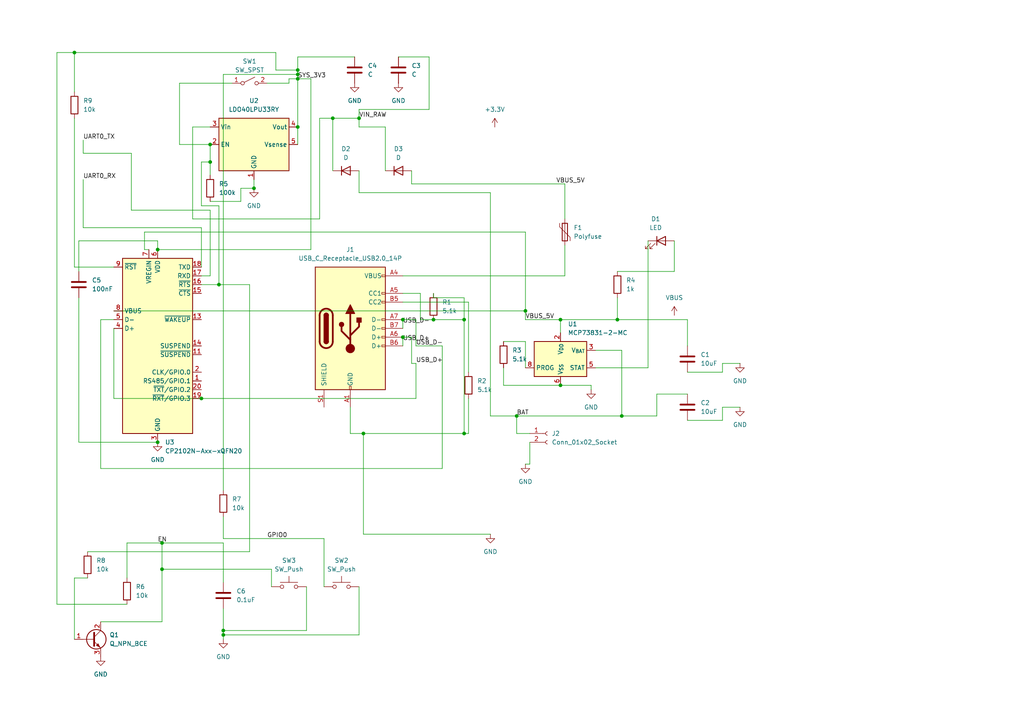
<source format=kicad_sch>
(kicad_sch (version 20250114) (generator "eeschema") (generator_version "9.0")
  (paper "A4")
  (lib_symbols
    (symbol "Battery_Management:MCP73831-2-MC"
      (property "Reference" "U" (at -7.62 6.35 0))
      (property "Value" "MCP73831-2-MC" (at 1.27 6.35 0))
      (symbol "MCP73831-2-MC_0_1"
        (rectangle (start -7.62 5.08) (end 7.62 -5.08) (stroke (width 0.254)) (fill (type background)))
      )
      (symbol "MCP73831-2-MC_1_1"
        (pin input line (at -10.16 -2.54 0) (length 2.54) (name "PROG") (number "8"))
        (pin no_connect line (at -7.62 2.54 0) (length 2.54) (hide yes) (name "NC") (number "7"))
        (pin passive line (at 0 7.62 270) (length 2.54) (hide yes) (name "V_{DD}") (number "1"))
        (pin power_in line (at 0 7.62 270) (length 2.54) (name "V_{DD}") (number "2"))
        (pin power_in line (at 0 -7.62 90) (length 2.54) (name "V_{SS}") (number "6"))
        (pin power_out line (at 10.16 2.54 180) (length 2.54) (name "V_{BAT}") (number "3"))
        (pin passive line (at 10.16 2.54 180) (length 2.54) (hide yes) (name "V_{BAT}") (number "4"))
        (pin tri_state line (at 10.16 -2.54 180) (length 2.54) (name "STAT") (number "5"))
      )
    )
    (symbol "Connector:Conn_01x02_Socket" (pin_names (offset 1.016) (hide yes))
      (property "Reference" "J" (at 0 2.54 0))
      (property "Value" "Conn_01x02_Socket" (at 0 -5.08 0))
      (symbol "Conn_01x02_Socket_1_1"
        (polyline (pts (xy -1.27 0) (xy -0.508 0)) (stroke (width 0.1524)))
        (polyline (pts (xy -1.27 -2.54) (xy -0.508 -2.54)) (stroke (width 0.1524)))
        (arc (start 0 -0.508) (mid -0.5058 0) (end 0 0.508) (stroke (width 0.1524)))
        (arc (start 0 -3.048) (mid -0.5058 -2.54) (end 0 -2.032) (stroke (width 0.1524)))
        (pin passive line (at -5.08 0 0) (length 3.81) (name "Pin_1") (number "1"))
        (pin passive line (at -5.08 -2.54 0) (length 3.81) (name "Pin_2") (number "2"))
      )
    )
    (symbol "Connector:USB_C_Receptacle_USB2.0_14P" (pin_names (offset 1.016))
      (property "Reference" "J" (at 0 22.225 0))
      (property "Value" "USB_C_Receptacle_USB2.0_14P" (at 0 19.685 0))
      (symbol "USB_C_Receptacle_USB2.0_14P_0_0"
        (rectangle (start -0.254 -17.78) (end 0.254 -16.764))
        (rectangle (start 10.16 15.494) (end 9.144 14.986))
        (rectangle (start 10.16 10.414) (end 9.144 9.906))
        (rectangle (start 10.16 7.874) (end 9.144 7.366))
        (rectangle (start 10.16 2.794) (end 9.144 2.286))
        (rectangle (start 10.16 0.254) (end 9.144 -0.254))
        (rectangle (start 10.16 -2.286) (end 9.144 -2.794))
        (rectangle (start 10.16 -4.826) (end 9.144 -5.334))
      )
      (symbol "USB_C_Receptacle_USB2.0_14P_0_1"
        (rectangle (start -10.16 17.78) (end 10.16 -17.78) (stroke (width 0.254)) (fill (type background)))
        (polyline (pts (xy -8.89 -3.81) (xy -8.89 3.81)) (stroke (width 0.508)))
        (rectangle (start -7.62 -3.81) (end -6.35 3.81) (stroke (width 0.254)) (fill (type outline)))
        (arc (start -7.62 3.81) (mid -6.985 4.4423) (end -6.35 3.81) (stroke (width 0.254)))
        (arc (start -7.62 3.81) (mid -6.985 4.4423) (end -6.35 3.81) (stroke (width 0.254)) (fill (type outline)))
        (arc (start -8.89 3.81) (mid -6.985 5.7067) (end -5.08 3.81) (stroke (width 0.508)))
        (arc (start -5.08 -3.81) (mid -6.985 -5.7067) (end -8.89 -3.81) (stroke (width 0.508)))
        (arc (start -6.35 -3.81) (mid -6.985 -4.4423) (end -7.62 -3.81) (stroke (width 0.254)))
        (arc (start -6.35 -3.81) (mid -6.985 -4.4423) (end -7.62 -3.81) (stroke (width 0.254)) (fill (type outline)))
        (polyline (pts (xy -5.08 3.81) (xy -5.08 -3.81)) (stroke (width 0.508)))
        (circle (center -2.54 1.143) (radius 0.635) (stroke (width 0.254)) (fill (type outline)))
        (polyline (pts (xy -1.27 4.318) (xy 0 6.858) (xy 1.27 4.318) (xy -1.27 4.318)) (stroke (width 0.254)) (fill (type outline)))
        (polyline (pts (xy 0 -2.032) (xy 2.54 0.508) (xy 2.54 1.778)) (stroke (width 0.508)))
        (polyline (pts (xy 0 -3.302) (xy -2.54 -0.762) (xy -2.54 0.508)) (stroke (width 0.508)))
        (polyline (pts (xy 0 -5.842) (xy 0 4.318)) (stroke (width 0.508)))
        (circle (center 0 -5.842) (radius 1.27) (fill (type outline)))
        (rectangle (start 1.905 1.778) (end 3.175 3.048) (stroke (width 0.254)) (fill (type outline)))
      )
      (symbol "USB_C_Receptacle_USB2.0_14P_1_1"
        (pin passive line (at -7.62 -22.86 90) (length 5.08) (name "SHIELD") (number "S1"))
        (pin passive line (at 0 -22.86 90) (length 5.08) (name "GND") (number "A1"))
        (pin passive line (at 0 -22.86 90) (length 5.08) (hide yes) (name "GND") (number "A12"))
        (pin passive line (at 0 -22.86 90) (length 5.08) (hide yes) (name "GND") (number "B1"))
        (pin passive line (at 0 -22.86 90) (length 5.08) (hide yes) (name "GND") (number "B12"))
        (pin passive line (at 15.24 15.24 180) (length 5.08) (name "VBUS") (number "A4"))
        (pin passive line (at 15.24 15.24 180) (length 5.08) (hide yes) (name "VBUS") (number "A9"))
        (pin passive line (at 15.24 15.24 180) (length 5.08) (hide yes) (name "VBUS") (number "B4"))
        (pin passive line (at 15.24 15.24 180) (length 5.08) (hide yes) (name "VBUS") (number "B9"))
        (pin bidirectional line (at 15.24 10.16 180) (length 5.08) (name "CC1") (number "A5"))
        (pin bidirectional line (at 15.24 7.62 180) (length 5.08) (name "CC2") (number "B5"))
        (pin bidirectional line (at 15.24 2.54 180) (length 5.08) (name "D-") (number "A7"))
        (pin bidirectional line (at 15.24 0 180) (length 5.08) (name "D-") (number "B7"))
        (pin bidirectional line (at 15.24 -2.54 180) (length 5.08) (name "D+") (number "A6"))
        (pin bidirectional line (at 15.24 -5.08 180) (length 5.08) (name "D+") (number "B6"))
      )
    )
    (symbol "Device:C" (pin_numbers (hide yes)) (pin_names (offset 0.254))
      (property "Reference" "C" (at 0.635 2.54 0))
      (property "Value" "C" (at 0.635 -2.54 0))
      (symbol "C_0_1"
        (polyline (pts (xy -2.032 0.762) (xy 2.032 0.762)) (stroke (width 0.508)))
        (polyline (pts (xy -2.032 -0.762) (xy 2.032 -0.762)) (stroke (width 0.508)))
      )
      (symbol "C_1_1"
        (pin passive line (at 0 3.81 270) (length 2.794) (name "~") (number "1"))
        (pin passive line (at 0 -3.81 90) (length 2.794) (name "~") (number "2"))
      )
    )
    (symbol "Device:D" (pin_numbers (hide yes)) (pin_names (offset 1.016) (hide yes))
      (property "Reference" "D" (at 0 2.54 0))
      (property "Value" "D" (at 0 -2.54 0))
      (symbol "D_0_1"
        (polyline (pts (xy -1.27 1.27) (xy -1.27 -1.27)) (stroke (width 0.254)))
        (polyline (pts (xy 1.27 1.27) (xy 1.27 -1.27) (xy -1.27 0) (xy 1.27 1.27)) (stroke (width 0.254)))
        (polyline (pts (xy 1.27 0) (xy -1.27 0)))
      )
      (symbol "D_1_1"
        (pin passive line (at -3.81 0 0) (length 2.54) (name "K") (number "1"))
        (pin passive line (at 3.81 0 180) (length 2.54) (name "A") (number "2"))
      )
    )
    (symbol "Device:LED" (pin_numbers (hide yes)) (pin_names (offset 1.016) (hide yes))
      (property "Reference" "D" (at 0 2.54 0))
      (property "Value" "LED" (at 0 -2.54 0))
      (symbol "LED_0_1"
        (polyline (pts (xy -3.048 -0.762) (xy -4.572 -2.286) (xy -3.81 -2.286) (xy -4.572 -2.286) (xy -4.572 -1.524)))
        (polyline (pts (xy -1.778 -0.762) (xy -3.302 -2.286) (xy -2.54 -2.286) (xy -3.302 -2.286) (xy -3.302 -1.524)))
        (polyline (pts (xy -1.27 0) (xy 1.27 0)))
        (polyline (pts (xy -1.27 -1.27) (xy -1.27 1.27)) (stroke (width 0.254)))
        (polyline (pts (xy 1.27 -1.27) (xy 1.27 1.27) (xy -1.27 0) (xy 1.27 -1.27)) (stroke (width 0.254)))
      )
      (symbol "LED_1_1"
        (pin passive line (at -3.81 0 0) (length 2.54) (name "K") (number "1"))
        (pin passive line (at 3.81 0 180) (length 2.54) (name "A") (number "2"))
      )
    )
    (symbol "Device:Polyfuse" (pin_numbers (hide yes)) (pin_names (offset 0))
      (property "Reference" "F" (at -2.54 0 90))
      (property "Value" "Polyfuse" (at 2.54 0 90))
      (symbol "Polyfuse_0_1"
        (polyline (pts (xy -1.524 2.54) (xy -1.524 1.524) (xy 1.524 -1.524) (xy 1.524 -2.54)))
        (rectangle (start -0.762 2.54) (end 0.762 -2.54) (stroke (width 0.254)))
        (polyline (pts (xy 0 2.54) (xy 0 -2.54)))
      )
      (symbol "Polyfuse_1_1"
        (pin passive line (at 0 3.81 270) (length 1.27) (name "~") (number "1"))
        (pin passive line (at 0 -3.81 90) (length 1.27) (name "~") (number "2"))
      )
    )
    (symbol "Device:R" (pin_numbers (hide yes)) (pin_names (offset 0))
      (property "Reference" "R" (at 2.032 0 90))
      (property "Value" "R" (at 0 0 90))
      (symbol "R_0_1"
        (rectangle (start -1.016 -2.54) (end 1.016 2.54) (stroke (width 0.254)))
      )
      (symbol "R_1_1"
        (pin passive line (at 0 3.81 270) (length 1.27) (name "~") (number "1"))
        (pin passive line (at 0 -3.81 90) (length 1.27) (name "~") (number "2"))
      )
    )
    (symbol "Interface_USB:CP2102N-Axx-xQFN20"
      (property "Reference" "U" (at -8.89 26.67 0))
      (property "Value" "CP2102N-Axx-xQFN20" (at 12.7 26.67 0))
      (symbol "CP2102N-Axx-xQFN20_0_1"
        (rectangle (start -10.16 25.4) (end 10.16 -25.4) (stroke (width 0.254)) (fill (type background)))
      )
      (symbol "CP2102N-Axx-xQFN20_1_1"
        (pin input line (at -12.7 22.86 0) (length 2.54) (name "~{RST}") (number "9"))
        (pin input line (at -12.7 10.16 0) (length 2.54) (name "VBUS") (number "8"))
        (pin bidirectional line (at -12.7 7.62 0) (length 2.54) (name "D-") (number "5"))
        (pin bidirectional line (at -12.7 5.08 0) (length 2.54) (name "D+") (number "4"))
        (pin no_connect line (at -10.16 -22.86 0) (length 2.54) (hide yes) (name "NC") (number "10"))
        (pin power_in line (at -2.54 27.94 270) (length 2.54) (name "VREGIN") (number "7"))
        (pin power_in line (at 0 27.94 270) (length 2.54) (name "VDD") (number "6"))
        (pin passive line (at 0 -27.94 90) (length 2.54) (hide yes) (name "GND") (number "12"))
        (pin passive line (at 0 -27.94 90) (length 2.54) (hide yes) (name "GND") (number "21"))
        (pin power_in line (at 0 -27.94 90) (length 2.54) (name "GND") (number "3"))
        (pin output line (at 12.7 22.86 180) (length 2.54) (name "TXD") (number "18"))
        (pin input line (at 12.7 20.32 180) (length 2.54) (name "RXD") (number "17"))
        (pin output line (at 12.7 17.78 180) (length 2.54) (name "~{RTS}") (number "16"))
        (pin input line (at 12.7 15.24 180) (length 2.54) (name "~{CTS}") (number "15"))
        (pin input line (at 12.7 7.62 180) (length 2.54) (name "~{WAKEUP}") (number "13"))
        (pin output line (at 12.7 0 180) (length 2.54) (name "SUSPEND") (number "14"))
        (pin output line (at 12.7 -2.54 180) (length 2.54) (name "~{SUSPEND}") (number "11"))
        (pin bidirectional line (at 12.7 -7.62 180) (length 2.54) (name "CLK/GPIO.0") (number "2"))
        (pin bidirectional line (at 12.7 -10.16 180) (length 2.54) (name "RS485/GPIO.1") (number "1"))
        (pin bidirectional line (at 12.7 -12.7 180) (length 2.54) (name "~{TXT}/GPIO.2") (number "20"))
        (pin bidirectional line (at 12.7 -15.24 180) (length 2.54) (name "~{RXT}/GPIO.3") (number "19"))
      )
    )
    (symbol "Regulator_Linear:LDO40LPU33RY"
      (property "Reference" "U" (at 0 0 0))
      (property "Value" "LDO40LPU33RY" (at 0 0 0))
      (symbol "LDO40LPU33RY_1_1"
        (rectangle (start -10.16 7.62) (end 10.16 -7.62) (stroke (width 0.254)) (fill (type background)))
        (pin power_in line (at -12.7 5.08 0) (length 2.54) (name "Vin") (number "3"))
        (pin input line (at -12.7 0 0) (length 2.54) (name "EN") (number "2"))
        (pin no_connect line (at -2.54 -10.16 90) (length 2.54) (hide yes) (name "NC") (number "6"))
        (pin power_in line (at 0 -10.16 90) (length 2.54) (name "GND") (number "1"))
        (pin passive line (at 0 -10.16 90) (length 2.54) (hide yes) (name "GND") (number "7"))
        (pin power_out line (at 12.7 5.08 180) (length 2.54) (name "Vout") (number "4"))
        (pin input line (at 12.7 0 180) (length 2.54) (name "Vsense") (number "5"))
      )
    )
    (symbol "Switch:SW_Push" (pin_numbers (hide yes)) (pin_names (offset 1.016) (hide yes))
      (property "Reference" "SW" (at 1.27 2.54 0))
      (property "Value" "SW_Push" (at 0 -1.524 0))
      (symbol "SW_Push_0_1"
        (circle (center -2.032 0) (radius 0.508))
        (polyline (pts (xy 0 1.27) (xy 0 3.048)))
        (circle (center 2.032 0) (radius 0.508))
        (polyline (pts (xy 2.54 1.27) (xy -2.54 1.27)))
        (pin passive line (at -5.08 0 0) (length 2.54) (name "1") (number "1"))
        (pin passive line (at 5.08 0 180) (length 2.54) (name "2") (number "2"))
      )
    )
    (symbol "Switch:SW_SPST" (pin_names (offset 0) (hide yes))
      (property "Reference" "SW" (at 0 3.175 0))
      (property "Value" "SW_SPST" (at 0 -2.54 0))
      (symbol "SW_SPST_0_0"
        (circle (center -2.032 0) (radius 0.508))
        (polyline (pts (xy -1.524 0.254) (xy 1.524 1.778)))
        (circle (center 2.032 0) (radius 0.508))
      )
      (symbol "SW_SPST_1_1"
        (pin passive line (at -5.08 0 0) (length 2.54) (name "A") (number "1"))
        (pin passive line (at 5.08 0 180) (length 2.54) (name "B") (number "2"))
      )
    )
    (symbol "Transistor_BJT:Q_NPN_BCE" (pin_names (offset 0) (hide yes))
      (property "Reference" "Q" (at 5.08 1.27 0))
      (property "Value" "Q_NPN_BCE" (at 5.08 -1.27 0))
      (symbol "Q_NPN_BCE_0_1"
        (polyline (pts (xy -2.54 0) (xy 0.635 0)))
        (polyline (pts (xy 0.635 1.905) (xy 0.635 -1.905)) (stroke (width 0.508)))
        (circle (center 1.27 0) (radius 2.8194) (stroke (width 0.254)))
      )
      (symbol "Q_NPN_BCE_1_1"
        (polyline (pts (xy 0.635 0.635) (xy 2.54 2.54)))
        (polyline (pts (xy 0.635 -0.635) (xy 2.54 -2.54)))
        (polyline (pts (xy 1.27 -1.778) (xy 1.778 -1.27) (xy 2.286 -2.286) (xy 1.27 -1.778)) (fill (type outline)))
        (pin input line (at -5.08 0 0) (length 2.54) (name "B") (number "1"))
        (pin passive line (at 2.54 5.08 270) (length 2.54) (name "C") (number "2"))
        (pin passive line (at 2.54 -5.08 90) (length 2.54) (name "E") (number "3"))
      )
    )
    (symbol "power:+3.3V" (power) (pin_numbers (hide yes)) (pin_names (offset 0) (hide yes))
      (property "Value" "+3.3V" (at 0 3.556 0))
      (symbol "+3.3V_0_1"
        (polyline (pts (xy -0.762 1.27) (xy 0 2.54)))
        (polyline (pts (xy 0 2.54) (xy 0.762 1.27)))
        (polyline (pts (xy 0 0) (xy 0 2.54)))
      )
      (symbol "+3.3V_1_1"
        (pin power_in line (at 0 0 90) (length 0) (name "~") (number "1"))
      )
    )
    (symbol "power:GND" (power) (pin_numbers (hide yes)) (pin_names (offset 0) (hide yes))
      (property "Value" "GND" (at 0 -3.81 0))
      (symbol "GND_0_1"
        (polyline (pts (xy 0 0) (xy 0 -1.27) (xy 1.27 -1.27) (xy 0 -2.54) (xy -1.27 -1.27) (xy 0 -1.27)))
      )
      (symbol "GND_1_1"
        (pin power_in line (at 0 0 270) (length 0) (name "~") (number "1"))
      )
    )
    (symbol "power:VBUS" (power) (pin_numbers (hide yes)) (pin_names (offset 0) (hide yes))
      (property "Value" "VBUS" (at 0 3.556 0))
      (symbol "VBUS_0_1"
        (polyline (pts (xy -0.762 1.27) (xy 0 2.54)))
        (polyline (pts (xy 0 2.54) (xy 0.762 1.27)))
        (polyline (pts (xy 0 0) (xy 0 2.54)))
      )
      (symbol "VBUS_1_1"
        (pin power_in line (at 0 0 90) (length 0) (name "~") (number "1"))
      )
    )
  )
  (junction (at 60.96 46.99))
  (junction (at 116.84 97.79))
  (junction (at 86.36 21.59))
  (junction (at 60.96 41.91))
  (junction (at 162.56 92.71))
  (junction (at 63.5 82.55))
  (junction (at 162.56 111.76))
  (junction (at 73.66 54.61))
  (junction (at 149.86 120.65))
  (junction (at 179.07 92.71))
  (junction (at 46.99 165.1))
  (junction (at 58.42 115.57))
  (junction (at 134.62 125.73))
  (junction (at 86.36 36.83))
  (junction (at 21.59 15.24))
  (junction (at 105.41 125.73))
  (junction (at 45.72 128.27))
  (junction (at 64.77 184.15))
  (junction (at 46.99 157.48))
  (junction (at 86.36 20.32))
  (junction (at 180.34 120.65))
  (junction (at 116.84 92.71))
  (junction (at 134.62 92.71))
  (junction (at 152.4 90.17))
  (junction (at 104.14 34.29))
  (junction (at 64.77 182.88))
  (junction (at 125.73 92.71))
  (junction (at 86.36 22.86))
  (junction (at 96.52 34.29))
  (junction (at 45.72 72.39))
  (wire (pts (xy 121.92 92.71) (xy 125.73 92.71)))
  (wire (pts (xy 134.62 86.36) (xy 134.62 92.71)))
  (wire (pts (xy 111.76 36.83) (xy 104.14 36.83)))
  (wire (pts (xy 152.4 92.71) (xy 162.56 92.71)))
  (wire (pts (xy 153.67 134.62) (xy 152.4 134.62)))
  (wire (pts (xy 67.31 24.13) (xy 52.07 24.13)))
  (wire (pts (xy 64.77 176.53) (xy 64.77 182.88)))
  (wire (pts (xy 209.55 118.11) (xy 214.63 118.11)))
  (wire (pts (xy 135.89 87.63) (xy 135.89 107.95)))
  (wire (pts (xy 116.84 92.71) (xy 120.65 92.71)))
  (wire (pts (xy 86.36 21.59) (xy 86.36 22.86)))
  (wire (pts (xy 22.86 69.85) (xy 22.86 78.74)))
  (wire (pts (xy 152.4 90.17) (xy 152.4 92.71)))
  (wire (pts (xy 152.4 106.68) (xy 152.4 99.06)))
  (wire (pts (xy 73.66 52.07) (xy 73.66 54.61)))
  (wire (pts (xy 90.17 72.39) (xy 90.17 22.86)))
  (wire (pts (xy 38.1 60.96) (xy 38.1 44.45)))
  (wire (pts (xy 125.73 92.71) (xy 134.62 92.71)))
  (wire (pts (xy 195.58 78.74) (xy 195.58 69.85)))
  (wire (pts (xy 142.24 120.65) (xy 142.24 55.88)))
  (wire (pts (xy 124.46 31.75) (xy 124.46 16.51)))
  (wire (pts (xy 16.51 175.26) (xy 36.83 175.26)))
  (wire (pts (xy 16.51 15.24) (xy 16.51 175.26)))
  (wire (pts (xy 63.5 82.55) (xy 72.39 82.55)))
  (wire (pts (xy 190.5 120.65) (xy 190.5 114.3)))
  (wire (pts (xy 60.96 80.01) (xy 60.96 60.96)))
  (wire (pts (xy 199.39 92.71) (xy 199.39 100.33)))
  (wire (pts (xy 134.62 125.73) (xy 135.89 125.73)))
  (wire (pts (xy 88.9 170.18) (xy 88.9 182.88)))
  (wire (pts (xy 58.42 66.04) (xy 24.13 66.04)))
  (wire (pts (xy 209.55 107.95) (xy 209.55 105.41)))
  (wire (pts (xy 29.21 92.71) (xy 29.21 135.89)))
  (wire (pts (xy 58.42 115.57) (xy 120.65 115.57)))
  (wire (pts (xy 58.42 82.55) (xy 63.5 82.55)))
  (wire (pts (xy 36.83 157.48) (xy 46.99 157.48)))
  (wire (pts (xy 86.36 16.51) (xy 86.36 20.32)))
  (wire (pts (xy 187.96 69.85) (xy 187.96 106.68)))
  (wire (pts (xy 119.38 97.79) (xy 119.38 105.41)))
  (wire (pts (xy 180.34 101.6) (xy 172.72 101.6)))
  (wire (pts (xy 162.56 92.71) (xy 162.56 96.52)))
  (wire (pts (xy 86.36 22.86) (xy 86.36 36.83)))
  (wire (pts (xy 120.65 115.57) (xy 120.65 105.41)))
  (wire (pts (xy 146.05 106.68) (xy 146.05 111.76)))
  (wire (pts (xy 104.14 31.75) (xy 124.46 31.75)))
  (wire (pts (xy 69.85 54.61) (xy 73.66 54.61)))
  (wire (pts (xy 180.34 120.65) (xy 190.5 120.65)))
  (wire (pts (xy 101.6 125.73) (xy 105.41 125.73)))
  (wire (pts (xy 38.1 44.45) (xy 24.13 44.45)))
  (wire (pts (xy 86.36 20.32) (xy 80.01 20.32)))
  (wire (pts (xy 179.07 92.71) (xy 179.07 86.36)))
  (wire (pts (xy 36.83 167.64) (xy 36.83 157.48)))
  (wire (pts (xy 135.89 115.57) (xy 135.89 125.73)))
  (wire (pts (xy 209.55 121.92) (xy 209.55 118.11)))
  (wire (pts (xy 77.47 24.13) (xy 83.82 24.13)))
  (wire (pts (xy 45.72 72.39) (xy 45.72 69.85)))
  (wire (pts (xy 21.59 167.64) (xy 25.4 167.64)))
  (wire (pts (xy 43.18 72.39) (xy 41.91 72.39)))
  (wire (pts (xy 33.02 90.17) (xy 152.4 90.17)))
  (wire (pts (xy 116.84 80.01) (xy 163.83 80.01)))
  (wire (pts (xy 29.21 135.89) (xy 128.27 135.89)))
  (wire (pts (xy 21.59 185.42) (xy 21.59 167.64)))
  (wire (pts (xy 190.5 114.3) (xy 199.39 114.3)))
  (wire (pts (xy 21.59 15.24) (xy 21.59 26.67)))
  (wire (pts (xy 96.52 49.53) (xy 96.52 34.29)))
  (wire (pts (xy 142.24 55.88) (xy 104.14 55.88)))
  (wire (pts (xy 29.21 180.34) (xy 46.99 180.34)))
  (wire (pts (xy 60.96 58.42) (xy 69.85 58.42)))
  (wire (pts (xy 171.45 111.76) (xy 171.45 113.03)))
  (wire (pts (xy 119.38 105.41) (xy 120.65 105.41)))
  (wire (pts (xy 83.82 24.13) (xy 83.82 22.86)))
  (wire (pts (xy 162.56 92.71) (xy 179.07 92.71)))
  (wire (pts (xy 46.99 157.48) (xy 46.99 165.1)))
  (wire (pts (xy 149.86 120.65) (xy 149.86 125.73)))
  (wire (pts (xy 152.4 67.31) (xy 152.4 90.17)))
  (wire (pts (xy 22.86 86.36) (xy 22.86 128.27)))
  (wire (pts (xy 64.77 184.15) (xy 64.77 185.42)))
  (wire (pts (xy 60.96 36.83) (xy 55.88 36.83)))
  (wire (pts (xy 149.86 120.65) (xy 180.34 120.65)))
  (wire (pts (xy 105.41 125.73) (xy 134.62 125.73)))
  (wire (pts (xy 152.4 99.06) (xy 146.05 99.06)))
  (wire (pts (xy 78.74 165.1) (xy 46.99 165.1)))
  (wire (pts (xy 64.77 182.88) (xy 64.77 184.15)))
  (wire (pts (xy 104.14 184.15) (xy 64.77 184.15)))
  (wire (pts (xy 58.42 59.69) (xy 58.42 46.99)))
  (wire (pts (xy 179.07 78.74) (xy 195.58 78.74)))
  (wire (pts (xy 93.98 170.18) (xy 93.98 156.21)))
  (wire (pts (xy 46.99 157.48) (xy 64.77 157.48)))
  (wire (pts (xy 172.72 106.68) (xy 187.96 106.68)))
  (wire (pts (xy 180.34 120.65) (xy 180.34 101.6)))
  (wire (pts (xy 72.39 160.02) (xy 72.39 82.55)))
  (wire (pts (xy 163.83 63.5) (xy 163.83 53.34)))
  (wire (pts (xy 33.02 95.25) (xy 33.02 115.57)))
  (wire (pts (xy 52.07 41.91) (xy 60.96 41.91)))
  (wire (pts (xy 24.13 44.45) (xy 24.13 40.64)))
  (wire (pts (xy 78.74 170.18) (xy 78.74 165.1)))
  (wire (pts (xy 105.41 154.94) (xy 142.24 154.94)))
  (wire (pts (xy 124.46 16.51) (xy 115.57 16.51)))
  (wire (pts (xy 104.14 34.29) (xy 104.14 31.75)))
  (wire (pts (xy 58.42 46.99) (xy 60.96 46.99)))
  (wire (pts (xy 21.59 15.24) (xy 16.51 15.24)))
  (wire (pts (xy 86.36 16.51) (xy 102.87 16.51)))
  (wire (pts (xy 83.82 22.86) (xy 86.36 22.86)))
  (wire (pts (xy 149.86 120.65) (xy 142.24 120.65)))
  (wire (pts (xy 64.77 156.21) (xy 93.98 156.21)))
  (wire (pts (xy 41.91 72.39) (xy 41.91 67.31)))
  (wire (pts (xy 162.56 111.76) (xy 171.45 111.76)))
  (wire (pts (xy 63.5 59.69) (xy 58.42 59.69)))
  (wire (pts (xy 128.27 100.33) (xy 120.65 100.33)))
  (wire (pts (xy 64.77 142.24) (xy 64.77 21.59)))
  (wire (pts (xy 90.17 22.86) (xy 86.36 22.86)))
  (wire (pts (xy 92.71 63.5) (xy 92.71 34.29)))
  (wire (pts (xy 209.55 105.41) (xy 214.63 105.41)))
  (wire (pts (xy 24.13 66.04) (xy 24.13 52.07)))
  (wire (pts (xy 101.6 118.11) (xy 101.6 125.73)))
  (wire (pts (xy 199.39 107.95) (xy 209.55 107.95)))
  (wire (pts (xy 86.36 36.83) (xy 86.36 41.91)))
  (wire (pts (xy 64.77 157.48) (xy 64.77 168.91)))
  (wire (pts (xy 80.01 20.32) (xy 80.01 15.24)))
  (wire (pts (xy 41.91 67.31) (xy 152.4 67.31)))
  (wire (pts (xy 64.77 21.59) (xy 86.36 21.59)))
  (wire (pts (xy 25.4 160.02) (xy 72.39 160.02)))
  (wire (pts (xy 116.84 87.63) (xy 135.89 87.63)))
  (wire (pts (xy 33.02 92.71) (xy 29.21 92.71)))
  (wire (pts (xy 55.88 36.83) (xy 55.88 63.5)))
  (wire (pts (xy 119.38 53.34) (xy 119.38 49.53)))
  (wire (pts (xy 116.84 85.09) (xy 121.92 85.09)))
  (wire (pts (xy 92.71 34.29) (xy 96.52 34.29)))
  (wire (pts (xy 105.41 125.73) (xy 105.41 154.94)))
  (wire (pts (xy 46.99 165.1) (xy 46.99 180.34)))
  (wire (pts (xy 125.73 86.36) (xy 125.73 85.09)))
  (wire (pts (xy 33.02 77.47) (xy 21.59 77.47)))
  (wire (pts (xy 121.92 85.09) (xy 121.92 92.71)))
  (wire (pts (xy 22.86 128.27) (xy 45.72 128.27)))
  (wire (pts (xy 45.72 72.39) (xy 90.17 72.39)))
  (wire (pts (xy 64.77 156.21) (xy 64.77 149.86)))
  (wire (pts (xy 116.84 92.71) (xy 116.84 95.25)))
  (wire (pts (xy 179.07 92.71) (xy 199.39 92.71)))
  (wire (pts (xy 116.84 97.79) (xy 116.84 100.33)))
  (wire (pts (xy 104.14 55.88) (xy 104.14 49.53)))
  (wire (pts (xy 60.96 46.99) (xy 60.96 50.8)))
  (wire (pts (xy 86.36 20.32) (xy 86.36 21.59)))
  (wire (pts (xy 128.27 135.89) (xy 128.27 100.33)))
  (wire (pts (xy 60.96 60.96) (xy 38.1 60.96)))
  (wire (pts (xy 111.76 49.53) (xy 111.76 36.83)))
  (wire (pts (xy 120.65 92.71) (xy 120.65 100.33)))
  (wire (pts (xy 119.38 53.34) (xy 163.83 53.34)))
  (wire (pts (xy 33.02 115.57) (xy 58.42 115.57)))
  (wire (pts (xy 116.84 97.79) (xy 119.38 97.79)))
  (wire (pts (xy 153.67 128.27) (xy 153.67 134.62)))
  (wire (pts (xy 63.5 82.55) (xy 63.5 59.69)))
  (wire (pts (xy 134.62 92.71) (xy 134.62 125.73)))
  (wire (pts (xy 104.14 170.18) (xy 104.14 184.15)))
  (wire (pts (xy 96.52 34.29) (xy 104.14 34.29)))
  (wire (pts (xy 58.42 80.01) (xy 60.96 80.01)))
  (wire (pts (xy 55.88 63.5) (xy 92.71 63.5)))
  (wire (pts (xy 58.42 77.47) (xy 58.42 66.04)))
  (wire (pts (xy 149.86 125.73) (xy 153.67 125.73)))
  (wire (pts (xy 52.07 24.13) (xy 52.07 41.91)))
  (wire (pts (xy 88.9 182.88) (xy 64.77 182.88)))
  (wire (pts (xy 80.01 15.24) (xy 21.59 15.24)))
  (wire (pts (xy 60.96 41.91) (xy 60.96 46.99)))
  (wire (pts (xy 21.59 77.47) (xy 21.59 34.29)))
  (wire (pts (xy 45.72 69.85) (xy 22.86 69.85)))
  (wire (pts (xy 125.73 86.36) (xy 134.62 86.36)))
  (wire (pts (xy 104.14 36.83) (xy 104.14 34.29)))
  (wire (pts (xy 163.83 80.01) (xy 163.83 71.12)))
  (wire (pts (xy 199.39 121.92) (xy 209.55 121.92)))
  (wire (pts (xy 146.05 111.76) (xy 162.56 111.76)))
  (wire (pts (xy 69.85 58.42) (xy 69.85 54.61)))
  (label "UART0_RX" (at 24.13 52.07 0))
  (label "GPIO0" (at 77.47 156.21 0))
  (label "USB_D-" (at 116.84 93.98 0))
  (label "USB_D+" (at 120.65 105.41 0))
  (label "USB_D+" (at 116.84 99.06 0))
  (label "VIN_RAW" (at 104.14 34.29 0))
  (label "BAT" (at 149.86 120.65 0))
  (label "SYS_3V3" (at 86.36 22.86 0))
  (label "VBUS_5V" (at 152.4 92.71 0))
  (label "EN" (at 45.72 157.48 0))
  (label "USB_D-" (at 120.65 100.33 0))
  (label "VBUS_5V" (at 161.29 53.34 0))
  (label "UART0_TX" (at 24.13 40.64 0))
  (symbol (lib_id "power:GND") (at 142.24 154.94 0) (unit 1)
    (property "Reference" "#PWR01" (effects (hide yes)))
    (property "Value" "GND" (at 142.24 160.02 0))
    (property "Description" "Power symbol creates a global label with name \"GND\" , ground" (effects (hide yes)))
  )
  (symbol (lib_id "Connector:USB_C_Receptacle_USB2.0_14P") (at 101.6 95.25 0) (unit 1)
    (property "Reference" "J1" (at 101.6 72.39 0))
    (property "Value" "USB_C_Receptacle_USB2.0_14P" (at 101.6 74.93 0))
    (property "Datasheet" "https://www.usb.org/sites/default/files/documents/usb_type-c.zip" (effects (hide yes)))
    (property "Description" "USB 2.0-only 14P Type-C Receptacle connector" (effects (hide yes)))
  )
  (symbol (lib_id "power:VBUS") (at 195.58 91.44 0) (unit 1)
    (property "Reference" "#PWR03" (effects (hide yes)))
    (property "Value" "VBUS" (at 195.58 86.36 0))
    (property "Description" "Power symbol creates a global label with name \"VBUS\"" (effects (hide yes)))
  )
  (symbol (lib_id "Regulator_Linear:LDO40LPU33RY") (at 73.66 41.91 0) (unit 1)
    (property "Reference" "U2" (at 73.66 29.21 0))
    (property "Value" "LDO40LPU33RY" (at 73.66 31.75 0))
    (property "Footprint" "Package_DFN_QFN:DFN-6-1EP_3x3mm_P0.95mm_EP1.7x2.6mm" (effects (hide yes)))
    (property "Datasheet" "https://www.st.com/resource/en/datasheet/ldo40l.pdf" (effects (hide yes)))
    (property "Description" "400mA, 3.5V-38V input, fixed positive 3.3V output, LDO regulator with enable, DFN-6" (effects (hide yes)))
  )
  (symbol (lib_id "Device:R") (at 60.96 54.61 0) (unit 1)
    (property "Reference" "R5" (at 63.5 53.3399 0) (effects (justify left)))
    (property "Value" "100k" (at 63.5 55.8799 0) (effects (justify left)))
    (property "Description" "Resistor" (effects (hide yes)))
  )
  (symbol (lib_id "Device:C") (at 199.39 104.14 0) (unit 1)
    (property "Reference" "C1" (at 203.2 102.8699 0) (effects (justify left)))
    (property "Value" "10uF" (at 203.2 105.4099 0) (effects (justify left)))
    (property "Description" "Unpolarized capacitor" (effects (hide yes)))
  )
  (symbol (lib_id "Device:R") (at 179.07 82.55 0) (unit 1)
    (property "Reference" "R4" (at 181.61 81.2799 0) (effects (justify left)))
    (property "Value" "1k" (at 181.61 83.8199 0) (effects (justify left)))
    (property "Description" "Resistor" (effects (hide yes)))
  )
  (symbol (lib_id "Device:R") (at 25.4 163.83 0) (unit 1)
    (property "Reference" "R8" (at 27.94 162.5599 0) (effects (justify left)))
    (property "Value" "10k" (at 27.94 165.0999 0) (effects (justify left)))
    (property "Description" "Resistor" (effects (hide yes)))
  )
  (symbol (lib_id "Device:R") (at 146.05 102.87 0) (unit 1)
    (property "Reference" "R3" (at 148.59 101.5999 0) (effects (justify left)))
    (property "Value" "5.1k" (at 148.59 104.1399 0) (effects (justify left)))
    (property "Description" "Resistor" (effects (hide yes)))
  )
  (symbol (lib_id "power:GND") (at 152.4 134.62 0) (unit 1)
    (property "Reference" "#PWR05" (effects (hide yes)))
    (property "Value" "GND" (at 152.4 139.7 0))
    (property "Description" "Power symbol creates a global label with name \"GND\" , ground" (effects (hide yes)))
  )
  (symbol (lib_id "Device:R") (at 21.59 30.48 0) (unit 1)
    (property "Reference" "R9" (at 24.13 29.2099 0) (effects (justify left)))
    (property "Value" "10k" (at 24.13 31.7499 0) (effects (justify left)))
    (property "Description" "Resistor" (effects (hide yes)))
  )
  (symbol (lib_id "Device:C") (at 102.87 20.32 0) (unit 1)
    (property "Reference" "C4" (at 106.68 19.0499 0) (effects (justify left)))
    (property "Value" "C" (at 106.68 21.5899 0) (effects (justify left)))
    (property "Description" "Unpolarized capacitor" (effects (hide yes)))
  )
  (symbol (lib_id "power:GND") (at 171.45 113.03 0) (unit 1)
    (property "Reference" "#PWR04" (effects (hide yes)))
    (property "Value" "GND" (at 171.45 118.11 0))
    (property "Description" "Power symbol creates a global label with name \"GND\" , ground" (effects (hide yes)))
  )
  (symbol (lib_id "Device:C") (at 22.86 82.55 0) (unit 1)
    (property "Reference" "C5" (at 26.67 81.2799 0) (effects (justify left)))
    (property "Value" "100nF" (at 26.67 83.8199 0) (effects (justify left)))
    (property "Description" "Unpolarized capacitor" (effects (hide yes)))
  )
  (symbol (lib_id "Device:R") (at 125.73 88.9 0) (unit 1)
    (property "Reference" "R1" (at 128.27 87.6299 0) (effects (justify left)))
    (property "Value" "5.1k" (at 128.27 90.1699 0) (effects (justify left)))
    (property "Description" "Resistor" (effects (hide yes)))
  )
  (symbol (lib_id "power:GND") (at 115.57 24.13 0) (unit 1)
    (property "Reference" "#PWR010" (effects (hide yes)))
    (property "Value" "GND" (at 115.57 29.21 0))
    (property "Description" "Power symbol creates a global label with name \"GND\" , ground" (effects (hide yes)))
  )
  (symbol (lib_id "Device:C") (at 64.77 172.72 0) (unit 1)
    (property "Reference" "C6" (at 68.58 171.4499 0) (effects (justify left)))
    (property "Value" "0.1uF" (at 68.58 173.9899 0) (effects (justify left)))
    (property "Description" "Unpolarized capacitor" (effects (hide yes)))
  )
  (symbol (lib_id "power:GND") (at 214.63 118.11 0) (unit 1)
    (property "Reference" "#PWR07" (effects (hide yes)))
    (property "Value" "GND" (at 214.63 123.19 0))
    (property "Description" "Power symbol creates a global label with name \"GND\" , ground" (effects (hide yes)))
  )
  (symbol (lib_id "power:GND") (at 45.72 128.27 0) (unit 1)
    (property "Reference" "#PWR011" (effects (hide yes)))
    (property "Value" "GND" (at 45.72 133.35 0))
    (property "Description" "Power symbol creates a global label with name \"GND\" , ground" (effects (hide yes)))
  )
  (symbol (lib_id "Connector:Conn_01x02_Socket") (at 158.75 125.73 0) (unit 1)
    (property "Reference" "J2" (at 160.02 125.7299 0) (effects (justify left)))
    (property "Value" "Conn_01x02_Socket" (at 160.02 128.2699 0) (effects (justify left)))
    (property "Description" "Generic connector, single row, 01x02, script generated" (effects (hide yes)))
  )
  (symbol (lib_id "Device:C") (at 199.39 118.11 0) (unit 1)
    (property "Reference" "C2" (at 203.2 116.8399 0) (effects (justify left)))
    (property "Value" "10uF" (at 203.2 119.3799 0) (effects (justify left)))
    (property "Description" "Unpolarized capacitor" (effects (hide yes)))
  )
  (symbol (lib_id "Transistor_BJT:Q_NPN_BCE") (at 26.67 185.42 0) (unit 1)
    (property "Reference" "Q1" (at 31.75 184.1499 0) (effects (justify left)))
    (property "Value" "Q_NPN_BCE" (at 31.75 186.6899 0) (effects (justify left)))
    (property "Description" "NPN transistor, base/collector/emitter" (effects (hide yes)))
    (property "Sim.Device" "NPN" (effects (hide yes)))
    (property "Sim.Pins" "1=B 2=C 3=E" (effects (hide yes)))
  )
  (symbol (lib_id "power:GND") (at 64.77 185.42 0) (unit 1)
    (property "Reference" "#PWR012" (effects (hide yes)))
    (property "Value" "GND" (at 64.77 190.5 0))
    (property "Description" "Power symbol creates a global label with name \"GND\" , ground" (effects (hide yes)))
  )
  (symbol (lib_id "Device:LED") (at 191.77 69.85 0) (unit 1)
    (property "Reference" "D1" (at 190.1825 63.5 0))
    (property "Value" "LED" (at 190.1825 66.04 0))
    (property "Description" "Light emitting diode" (effects (hide yes)))
    (property "Sim.Pins" "1=K 2=A" (effects (hide yes)))
  )
  (symbol (lib_id "Interface_USB:CP2102N-Axx-xQFN20") (at 45.72 100.33 0) (unit 1)
    (property "Reference" "U3" (at 47.8633 128.27 0) (effects (justify left)))
    (property "Value" "CP2102N-Axx-xQFN20" (at 47.8633 130.81 0) (effects (justify left)))
    (property "Footprint" "Package_DFN_QFN:SiliconLabs_QFN-20-1EP_3x3mm_P0.5mm" (effects (hide yes)))
    (property "Datasheet" "https://www.silabs.com/documents/public/data-sheets/cp2102n-datasheet.pdf" (effects (hide yes)))
    (property "Description" "USB to UART master bridge, QFN-20" (effects (hide yes)))
  )
  (symbol (lib_id "Device:D") (at 115.57 49.53 0) (unit 1)
    (property "Reference" "D3" (at 115.57 43.18 0))
    (property "Value" "D" (at 115.57 45.72 0))
    (property "Description" "Diode" (effects (hide yes)))
    (property "Sim.Device" "D" (effects (hide yes)))
    (property "Sim.Pins" "1=K 2=A" (effects (hide yes)))
  )
  (symbol (lib_id "Device:C") (at 115.57 20.32 0) (unit 1)
    (property "Reference" "C3" (at 119.38 19.0499 0) (effects (justify left)))
    (property "Value" "C" (at 119.38 21.5899 0) (effects (justify left)))
    (property "Description" "Unpolarized capacitor" (effects (hide yes)))
  )
  (symbol (lib_id "power:GND") (at 102.87 24.13 0) (unit 1)
    (property "Reference" "#PWR09" (effects (hide yes)))
    (property "Value" "GND" (at 102.87 29.21 0))
    (property "Description" "Power symbol creates a global label with name \"GND\" , ground" (effects (hide yes)))
  )
  (symbol (lib_id "Battery_Management:MCP73831-2-MC") (at 162.56 104.14 0) (unit 1)
    (property "Reference" "U1" (at 164.7033 93.98 0) (effects (justify left)))
    (property "Value" "MCP73831-2-MC" (at 164.7033 96.52 0) (effects (justify left)))
    (property "Footprint" "Package_DFN_QFN:DFN-8-1EP_3x2mm_P0.5mm_EP1.7x1.4mm" (effects (hide yes)))
    (property "Datasheet" "http://ww1.microchip.com/downloads/en/DeviceDoc/20001984g.pdf" (effects (hide yes)))
    (property "Description" "Single cell, Li-Ion/Li-Po charge management controller, 4.20V, Tri-State Status Output, in DFN-8 package" (effects (hide yes)))
  )
  (symbol (lib_id "Device:R") (at 135.89 111.76 0) (unit 1)
    (property "Reference" "R2" (at 138.43 110.4899 0) (effects (justify left)))
    (property "Value" "5.1k" (at 138.43 113.0299 0) (effects (justify left)))
    (property "Description" "Resistor" (effects (hide yes)))
  )
  (symbol (lib_id "Device:Polyfuse") (at 163.83 67.31 0) (unit 1)
    (property "Reference" "F1" (at 166.37 66.0399 0) (effects (justify left)))
    (property "Value" "Polyfuse" (at 166.37 68.5799 0) (effects (justify left)))
    (property "Description" "Resettable fuse, polymeric positive temperature coefficient" (effects (hide yes)))
  )
  (symbol (lib_id "power:GND") (at 29.21 190.5 0) (unit 1)
    (property "Reference" "#PWR013" (effects (hide yes)))
    (property "Value" "GND" (at 29.21 195.58 0))
    (property "Description" "Power symbol creates a global label with name \"GND\" , ground" (effects (hide yes)))
  )
  (symbol (lib_id "Device:D") (at 100.33 49.53 0) (unit 1)
    (property "Reference" "D2" (at 100.33 43.18 0))
    (property "Value" "D" (at 100.33 45.72 0))
    (property "Description" "Diode" (effects (hide yes)))
    (property "Sim.Device" "D" (effects (hide yes)))
    (property "Sim.Pins" "1=K 2=A" (effects (hide yes)))
  )
  (symbol (lib_id "Switch:SW_Push") (at 99.06 170.18 0) (unit 1)
    (property "Reference" "SW2" (at 99.06 162.56 0))
    (property "Value" "SW_Push" (at 99.06 165.1 0))
    (property "Description" "Push button switch, generic, two pins" (effects (hide yes)))
  )
  (symbol (lib_id "Switch:SW_Push") (at 83.82 170.18 0) (unit 1)
    (property "Reference" "SW3" (at 83.82 162.56 0))
    (property "Value" "SW_Push" (at 83.82 165.1 0))
    (property "Description" "Push button switch, generic, two pins" (effects (hide yes)))
  )
  (symbol (lib_id "Device:R") (at 36.83 171.45 0) (unit 1)
    (property "Reference" "R6" (at 39.37 170.1799 0) (effects (justify left)))
    (property "Value" "10k" (at 39.37 172.7199 0) (effects (justify left)))
    (property "Description" "Resistor" (effects (hide yes)))
  )
  (symbol (lib_id "power:GND") (at 73.66 54.61 0) (unit 1)
    (property "Reference" "#PWR08" (effects (hide yes)))
    (property "Value" "GND" (at 73.66 59.69 0))
    (property "Description" "Power symbol creates a global label with name \"GND\" , ground" (effects (hide yes)))
  )
  (symbol (lib_id "power:GND") (at 214.63 105.41 0) (unit 1)
    (property "Reference" "#PWR06" (effects (hide yes)))
    (property "Value" "GND" (at 214.63 110.49 0))
    (property "Description" "Power symbol creates a global label with name \"GND\" , ground" (effects (hide yes)))
  )
  (symbol (lib_id "power:+3.3V") (at 143.51 36.83 0) (unit 1)
    (property "Reference" "#PWR02" (effects (hide yes)))
    (property "Value" "+3.3V" (at 143.51 31.75 0))
    (property "Description" "Power symbol creates a global label with name \"+3.3V\"" (effects (hide yes)))
  )
  (symbol (lib_id "Switch:SW_SPST") (at 72.39 24.13 0) (unit 1)
    (property "Reference" "SW1" (at 72.39 17.78 0))
    (property "Value" "SW_SPST" (at 72.39 20.32 0))
    (property "Description" "Single Pole Single Throw (SPST) switch" (effects (hide yes)))
  )
  (symbol (lib_id "Device:R") (at 64.77 146.05 0) (unit 1)
    (property "Reference" "R7" (at 67.31 144.7799 0) (effects (justify left)))
    (property "Value" "10k" (at 67.31 147.3199 0) (effects (justify left)))
    (property "Description" "Resistor" (effects (hide yes)))
  )
)
</source>
